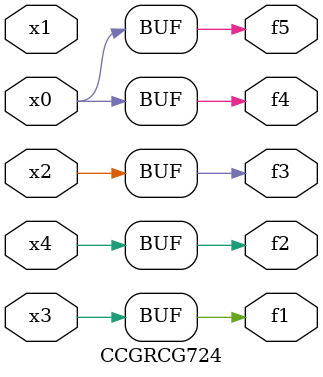
<source format=v>
module CCGRCG724(
	input x0, x1, x2, x3, x4,
	output f1, f2, f3, f4, f5
);
	assign f1 = x3;
	assign f2 = x4;
	assign f3 = x2;
	assign f4 = x0;
	assign f5 = x0;
endmodule

</source>
